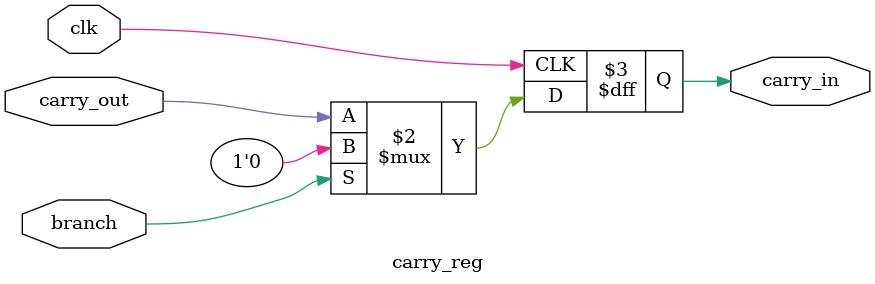
<source format=sv>
module carry_reg(
    input clk,
    input carry_out,
    input branch,
    output logic carry_in
);

always_ff @(posedge clk) begin
    carry_in <= branch?1'b0:carry_out;
end
endmodule
</source>
